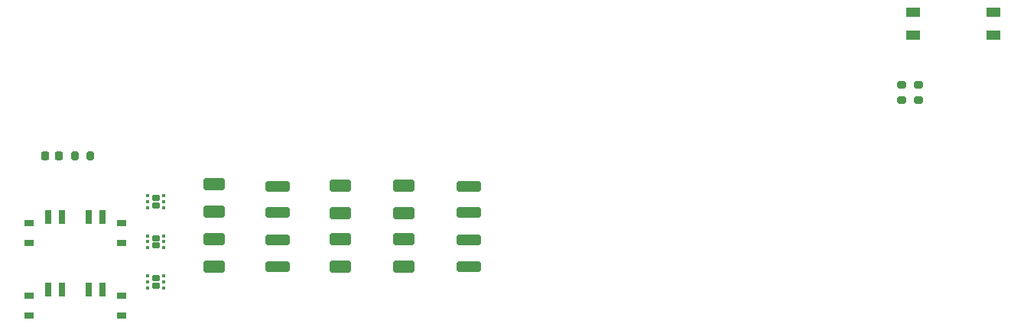
<source format=gbr>
%TF.GenerationSoftware,KiCad,Pcbnew,(6.0.9-0)*%
%TF.CreationDate,2022-12-19T15:36:06-05:00*%
%TF.ProjectId,ember-pcb,656d6265-722d-4706-9362-2e6b69636164,rev?*%
%TF.SameCoordinates,Original*%
%TF.FileFunction,Paste,Top*%
%TF.FilePolarity,Positive*%
%FSLAX46Y46*%
G04 Gerber Fmt 4.6, Leading zero omitted, Abs format (unit mm)*
G04 Created by KiCad (PCBNEW (6.0.9-0)) date 2022-12-19 15:36:06*
%MOMM*%
%LPD*%
G01*
G04 APERTURE LIST*
G04 Aperture macros list*
%AMRoundRect*
0 Rectangle with rounded corners*
0 $1 Rounding radius*
0 $2 $3 $4 $5 $6 $7 $8 $9 X,Y pos of 4 corners*
0 Add a 4 corners polygon primitive as box body*
4,1,4,$2,$3,$4,$5,$6,$7,$8,$9,$2,$3,0*
0 Add four circle primitives for the rounded corners*
1,1,$1+$1,$2,$3*
1,1,$1+$1,$4,$5*
1,1,$1+$1,$6,$7*
1,1,$1+$1,$8,$9*
0 Add four rect primitives between the rounded corners*
20,1,$1+$1,$2,$3,$4,$5,0*
20,1,$1+$1,$4,$5,$6,$7,0*
20,1,$1+$1,$6,$7,$8,$9,0*
20,1,$1+$1,$8,$9,$2,$3,0*%
G04 Aperture macros list end*
%ADD10RoundRect,0.200000X-0.275000X0.200000X-0.275000X-0.200000X0.275000X-0.200000X0.275000X0.200000X0*%
%ADD11R,1.000000X0.800000*%
%ADD12R,0.700000X1.500000*%
%ADD13RoundRect,0.250000X0.925000X-0.412500X0.925000X0.412500X-0.925000X0.412500X-0.925000X-0.412500X0*%
%ADD14RoundRect,0.250000X-0.925000X0.412500X-0.925000X-0.412500X0.925000X-0.412500X0.925000X0.412500X0*%
%ADD15RoundRect,0.200000X-0.200000X-0.275000X0.200000X-0.275000X0.200000X0.275000X-0.200000X0.275000X0*%
%ADD16RoundRect,0.250000X-1.100000X0.325000X-1.100000X-0.325000X1.100000X-0.325000X1.100000X0.325000X0*%
%ADD17RoundRect,0.172500X-0.262500X-0.172500X0.262500X-0.172500X0.262500X0.172500X-0.262500X0.172500X0*%
%ADD18RoundRect,0.093750X-0.093750X-0.106250X0.093750X-0.106250X0.093750X0.106250X-0.093750X0.106250X0*%
%ADD19RoundRect,0.250000X1.100000X-0.325000X1.100000X0.325000X-1.100000X0.325000X-1.100000X-0.325000X0*%
%ADD20RoundRect,0.218750X-0.218750X-0.256250X0.218750X-0.256250X0.218750X0.256250X-0.218750X0.256250X0*%
%ADD21R,1.500000X1.100000*%
G04 APERTURE END LIST*
D10*
%TO.C,R2*%
X174020000Y-117495000D03*
X174020000Y-119145000D03*
%TD*%
D11*
%TO.C,SW2*%
X87735000Y-143030000D03*
X77435000Y-143030000D03*
X87735000Y-140820000D03*
X77435000Y-140820000D03*
D12*
X79585000Y-140170000D03*
X81085000Y-140170000D03*
X84085000Y-140170000D03*
X85585000Y-140170000D03*
%TD*%
D13*
%TO.C,C8*%
X111940000Y-137632500D03*
X111940000Y-134557500D03*
%TD*%
D14*
%TO.C,C3*%
X111940000Y-128612500D03*
X111940000Y-131687500D03*
%TD*%
%TO.C,C1*%
X97970000Y-128437500D03*
X97970000Y-131512500D03*
%TD*%
D15*
%TO.C,R1*%
X82532742Y-125305000D03*
X84182742Y-125305000D03*
%TD*%
D13*
%TO.C,C6*%
X97965000Y-137632500D03*
X97965000Y-134557500D03*
%TD*%
D16*
%TO.C,C2*%
X104955000Y-128675000D03*
X104955000Y-131625000D03*
%TD*%
%TO.C,C5*%
X126140000Y-128675000D03*
X126140000Y-131625000D03*
%TD*%
D14*
%TO.C,C4*%
X118925000Y-128612500D03*
X118925000Y-131687500D03*
%TD*%
D13*
%TO.C,C9*%
X118925000Y-137632500D03*
X118925000Y-134557500D03*
%TD*%
D17*
%TO.C,U4*%
X91475000Y-139685000D03*
X91475000Y-138885000D03*
D18*
X90587500Y-138635000D03*
X90587500Y-139285000D03*
X90587500Y-139935000D03*
X92362500Y-139935000D03*
X92362500Y-139285000D03*
X92362500Y-138635000D03*
%TD*%
D19*
%TO.C,C10*%
X126140000Y-137570000D03*
X126140000Y-134620000D03*
%TD*%
D10*
%TO.C,R3*%
X175925000Y-117495000D03*
X175925000Y-119145000D03*
%TD*%
D11*
%TO.C,SW1*%
X77435000Y-134985000D03*
X77435000Y-132775000D03*
X87735000Y-134985000D03*
X87735000Y-132775000D03*
D12*
X79585000Y-132125000D03*
X81085000Y-132125000D03*
X84085000Y-132125000D03*
X85585000Y-132125000D03*
%TD*%
D20*
%TO.C,D1*%
X79205242Y-125305000D03*
X80780242Y-125305000D03*
%TD*%
D17*
%TO.C,U2*%
X91475000Y-130795000D03*
X91475000Y-129995000D03*
D18*
X90587500Y-129745000D03*
X90587500Y-130395000D03*
X90587500Y-131045000D03*
X92362500Y-131045000D03*
X92362500Y-130395000D03*
X92362500Y-129745000D03*
%TD*%
D21*
%TO.C,SW3*%
X175285000Y-109430000D03*
X175285000Y-111970000D03*
X184185000Y-111970000D03*
X184185000Y-109430000D03*
%TD*%
D19*
%TO.C,C7*%
X104955000Y-137570000D03*
X104955000Y-134620000D03*
%TD*%
D17*
%TO.C,U3*%
X91475000Y-134440000D03*
X91475000Y-135240000D03*
D18*
X90587500Y-134190000D03*
X90587500Y-134840000D03*
X90587500Y-135490000D03*
X92362500Y-135490000D03*
X92362500Y-134840000D03*
X92362500Y-134190000D03*
%TD*%
M02*

</source>
